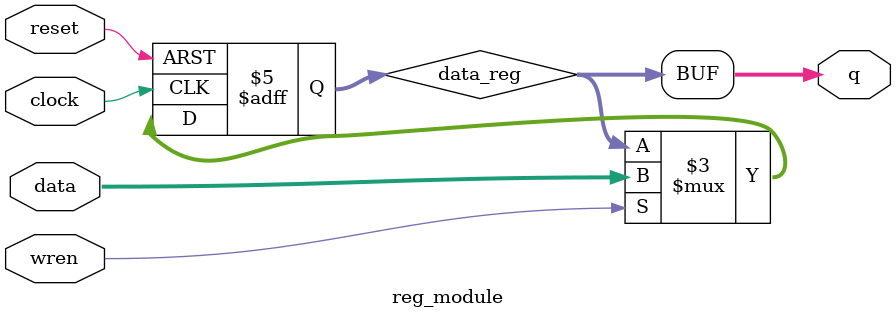
<source format=v>
/**
 * A single register of any size. Positive edge triggered, 
 * active high write.
 *
 * data  : value to load to register
 * q     : value stored in register
 * wren  : 0 to disable write, 1 to enable write
 * clock : clock source
 * reset : reset value to 0
 */
module reg_module(data, q, wren, clock, reset);
    parameter width = 16;
    
    input   [(width-1):0]   data;
    output  [(width-1):0]   q;
    input   wren, clock, reset;
    
    reg [(width-1):0] data_reg = 0;
    assign q = data_reg;
  
    always @(posedge clock, posedge reset)
    begin
        if (reset) data_reg <= 0;
        else if (wren) data_reg <= data;
    end
endmodule
</source>
